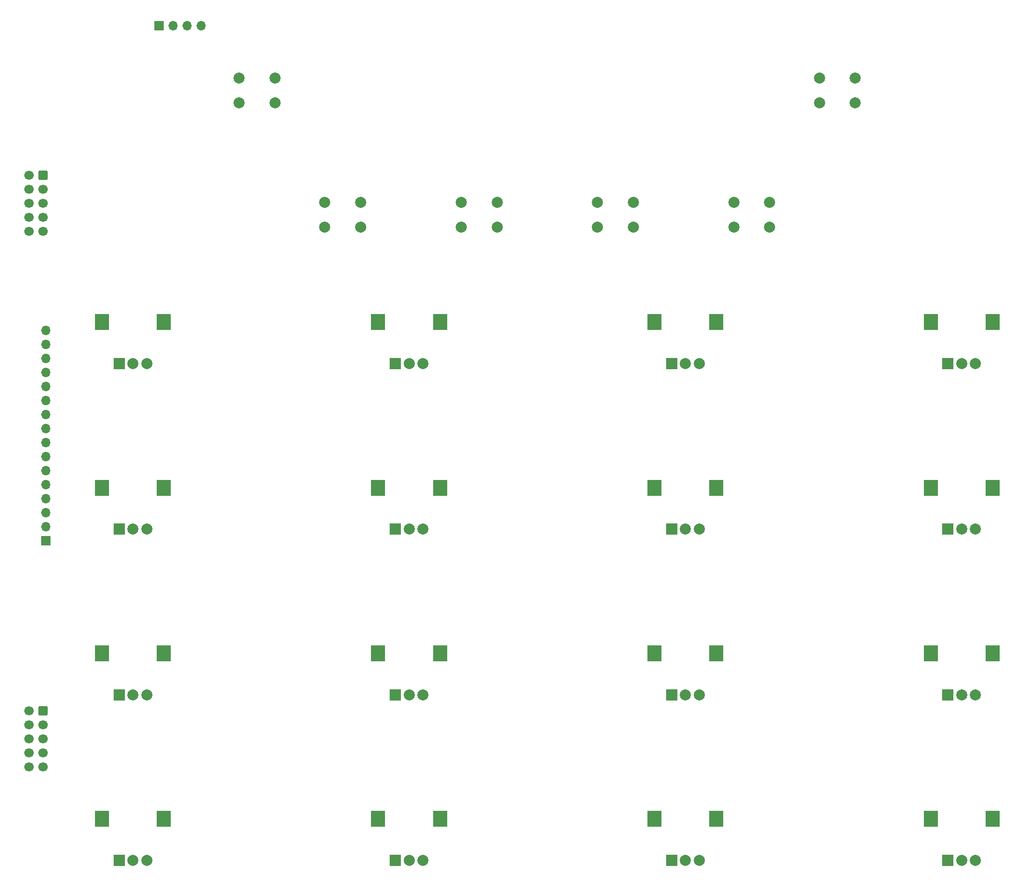
<source format=gbr>
%TF.GenerationSoftware,KiCad,Pcbnew,7.0.10-7.0.10~ubuntu22.04.1*%
%TF.CreationDate,2024-02-07T13:06:57+01:00*%
%TF.ProjectId,polykit-x-controlboard,706f6c79-6b69-4742-9d78-2d636f6e7472,v0.0.2*%
%TF.SameCoordinates,Original*%
%TF.FileFunction,Soldermask,Bot*%
%TF.FilePolarity,Negative*%
%FSLAX46Y46*%
G04 Gerber Fmt 4.6, Leading zero omitted, Abs format (unit mm)*
G04 Created by KiCad (PCBNEW 7.0.10-7.0.10~ubuntu22.04.1) date 2024-02-07 13:06:57*
%MOMM*%
%LPD*%
G01*
G04 APERTURE LIST*
G04 Aperture macros list*
%AMRoundRect*
0 Rectangle with rounded corners*
0 $1 Rounding radius*
0 $2 $3 $4 $5 $6 $7 $8 $9 X,Y pos of 4 corners*
0 Add a 4 corners polygon primitive as box body*
4,1,4,$2,$3,$4,$5,$6,$7,$8,$9,$2,$3,0*
0 Add four circle primitives for the rounded corners*
1,1,$1+$1,$2,$3*
1,1,$1+$1,$4,$5*
1,1,$1+$1,$6,$7*
1,1,$1+$1,$8,$9*
0 Add four rect primitives between the rounded corners*
20,1,$1+$1,$2,$3,$4,$5,0*
20,1,$1+$1,$4,$5,$6,$7,0*
20,1,$1+$1,$6,$7,$8,$9,0*
20,1,$1+$1,$8,$9,$2,$3,0*%
G04 Aperture macros list end*
%ADD10R,2.000000X2.000000*%
%ADD11C,2.000000*%
%ADD12R,2.500000X3.000000*%
%ADD13R,1.700000X1.700000*%
%ADD14O,1.700000X1.700000*%
%ADD15RoundRect,0.250000X0.600000X0.600000X-0.600000X0.600000X-0.600000X-0.600000X0.600000X-0.600000X0*%
%ADD16C,1.700000*%
G04 APERTURE END LIST*
D10*
%TO.C,SW9*%
X87500000Y-81500000D03*
D11*
X92500000Y-81500000D03*
X90000000Y-81500000D03*
D12*
X84400000Y-74000000D03*
X95600000Y-74000000D03*
%TD*%
D11*
%TO.C,SW3*%
X99450000Y-52250000D03*
X105950000Y-52250000D03*
X99450000Y-56750000D03*
X105950000Y-56750000D03*
%TD*%
%TO.C,SW6*%
X164250000Y-29750000D03*
X170750000Y-29750000D03*
X164250000Y-34250000D03*
X170750000Y-34250000D03*
%TD*%
D10*
%TO.C,SW7*%
X187500000Y-81500000D03*
D11*
X192500000Y-81500000D03*
X190000000Y-81500000D03*
D12*
X184400000Y-74000000D03*
X195600000Y-74000000D03*
%TD*%
D10*
%TO.C,SW15*%
X187500000Y-141500000D03*
D11*
X192500000Y-141500000D03*
X190000000Y-141500000D03*
D12*
X184400000Y-134000000D03*
X195600000Y-134000000D03*
%TD*%
D10*
%TO.C,SW17*%
X87500000Y-141500000D03*
D11*
X92500000Y-141500000D03*
X90000000Y-141500000D03*
D12*
X84400000Y-134000000D03*
X95600000Y-134000000D03*
%TD*%
D10*
%TO.C,SW16*%
X137500000Y-141500000D03*
D11*
X142500000Y-141500000D03*
X140000000Y-141500000D03*
D12*
X134400000Y-134000000D03*
X145600000Y-134000000D03*
%TD*%
D10*
%TO.C,SW8*%
X137500000Y-81500000D03*
D11*
X142500000Y-81500000D03*
X140000000Y-81500000D03*
D12*
X134400000Y-74000000D03*
X145600000Y-74000000D03*
%TD*%
D10*
%TO.C,SW22*%
X187500000Y-171500000D03*
D11*
X192500000Y-171500000D03*
X190000000Y-171500000D03*
D12*
X184400000Y-164000000D03*
X195600000Y-164000000D03*
%TD*%
D10*
%TO.C,SW12*%
X87500000Y-111500000D03*
D11*
X92500000Y-111500000D03*
X90000000Y-111500000D03*
D12*
X84400000Y-104000000D03*
X95600000Y-104000000D03*
%TD*%
D10*
%TO.C,SW20*%
X87500000Y-171500000D03*
D11*
X92500000Y-171500000D03*
X90000000Y-171500000D03*
D12*
X84400000Y-164000000D03*
X95600000Y-164000000D03*
%TD*%
D11*
%TO.C,SW1*%
X59250000Y-29750000D03*
X65750000Y-29750000D03*
X59250000Y-34250000D03*
X65750000Y-34250000D03*
%TD*%
D10*
%TO.C,SW19*%
X37500000Y-171500000D03*
D11*
X42500000Y-171500000D03*
X40000000Y-171500000D03*
D12*
X34400000Y-164000000D03*
X45600000Y-164000000D03*
%TD*%
D10*
%TO.C,SW14*%
X187500000Y-111500000D03*
D11*
X192500000Y-111500000D03*
X190000000Y-111500000D03*
D12*
X184400000Y-104000000D03*
X195600000Y-104000000D03*
%TD*%
D10*
%TO.C,SW11*%
X37500000Y-111500000D03*
D11*
X42500000Y-111500000D03*
X40000000Y-111500000D03*
D12*
X34400000Y-104000000D03*
X45600000Y-104000000D03*
%TD*%
D10*
%TO.C,SW21*%
X137500000Y-171500000D03*
D11*
X142500000Y-171500000D03*
X140000000Y-171500000D03*
D12*
X134400000Y-164000000D03*
X145600000Y-164000000D03*
%TD*%
D11*
%TO.C,SW2*%
X74750000Y-52250000D03*
X81250000Y-52250000D03*
X74750000Y-56750000D03*
X81250000Y-56750000D03*
%TD*%
D10*
%TO.C,SW18*%
X37500000Y-141500000D03*
D11*
X42500000Y-141500000D03*
X40000000Y-141500000D03*
D12*
X34400000Y-134000000D03*
X45600000Y-134000000D03*
%TD*%
D11*
%TO.C,SW5*%
X148750000Y-52250000D03*
X155250000Y-52250000D03*
X148750000Y-56750000D03*
X155250000Y-56750000D03*
%TD*%
%TO.C,SW4*%
X124050000Y-52250000D03*
X130550000Y-52250000D03*
X124050000Y-56750000D03*
X130550000Y-56750000D03*
%TD*%
D10*
%TO.C,SW13*%
X137500000Y-111500000D03*
D11*
X142500000Y-111500000D03*
X140000000Y-111500000D03*
D12*
X134400000Y-104000000D03*
X145600000Y-104000000D03*
%TD*%
D10*
%TO.C,SW10*%
X37500000Y-81500000D03*
D11*
X42500000Y-81500000D03*
X40000000Y-81500000D03*
D12*
X34400000Y-74000000D03*
X45600000Y-74000000D03*
%TD*%
D13*
%TO.C,J1*%
X24250000Y-113550000D03*
D14*
X24250000Y-111010000D03*
X24250000Y-108470000D03*
X24250000Y-105930000D03*
X24250000Y-103390000D03*
X24250000Y-100850000D03*
X24250000Y-98310000D03*
X24250000Y-95770000D03*
X24250000Y-93230000D03*
X24250000Y-90690000D03*
X24250000Y-88150000D03*
X24250000Y-85610000D03*
X24250000Y-83070000D03*
X24250000Y-80530000D03*
X24250000Y-77990000D03*
X24250000Y-75450000D03*
%TD*%
D15*
%TO.C,J2*%
X23752500Y-144420000D03*
D16*
X21212500Y-144420000D03*
X23752500Y-146960000D03*
X21212500Y-146960000D03*
X23752500Y-149500000D03*
X21212500Y-149500000D03*
X23752500Y-152040000D03*
X21212500Y-152040000D03*
X23752500Y-154580000D03*
X21212500Y-154580000D03*
%TD*%
D13*
%TO.C,J4*%
X44700000Y-20250000D03*
D14*
X47240000Y-20250000D03*
X49780000Y-20250000D03*
X52320000Y-20250000D03*
%TD*%
D15*
%TO.C,J3*%
X23752500Y-47420000D03*
D16*
X21212500Y-47420000D03*
X23752500Y-49960000D03*
X21212500Y-49960000D03*
X23752500Y-52500000D03*
X21212500Y-52500000D03*
X23752500Y-55040000D03*
X21212500Y-55040000D03*
X23752500Y-57580000D03*
X21212500Y-57580000D03*
%TD*%
M02*

</source>
